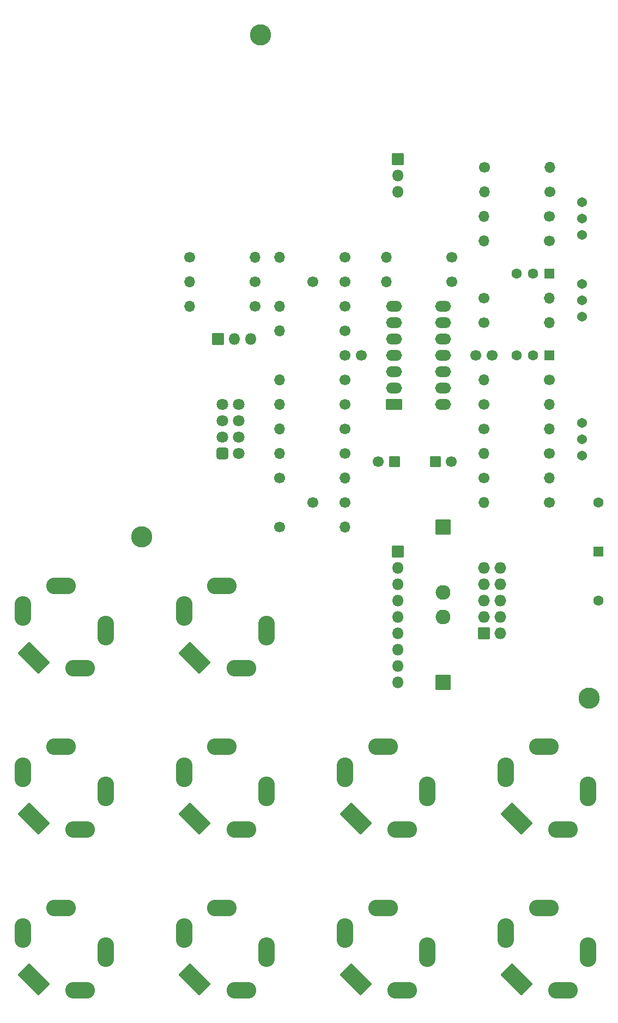
<source format=gbs>
G04 #@! TF.GenerationSoftware,KiCad,Pcbnew,6.0.5-a6ca702e91~116~ubuntu20.04.1*
G04 #@! TF.CreationDate,2022-06-19T13:50:02-04:00*
G04 #@! TF.ProjectId,herovco_back,6865726f-7663-46f5-9f62-61636b2e6b69,rev?*
G04 #@! TF.SameCoordinates,Original*
G04 #@! TF.FileFunction,Soldermask,Bot*
G04 #@! TF.FilePolarity,Negative*
%FSLAX46Y46*%
G04 Gerber Fmt 4.6, Leading zero omitted, Abs format (unit mm)*
G04 Created by KiCad (PCBNEW 6.0.5-a6ca702e91~116~ubuntu20.04.1) date 2022-06-19 13:50:02*
%MOMM*%
%LPD*%
G01*
G04 APERTURE LIST*
G04 Aperture macros list*
%AMRoundRect*
0 Rectangle with rounded corners*
0 $1 Rounding radius*
0 $2 $3 $4 $5 $6 $7 $8 $9 X,Y pos of 4 corners*
0 Add a 4 corners polygon primitive as box body*
4,1,4,$2,$3,$4,$5,$6,$7,$8,$9,$2,$3,0*
0 Add four circle primitives for the rounded corners*
1,1,$1+$1,$2,$3*
1,1,$1+$1,$4,$5*
1,1,$1+$1,$6,$7*
1,1,$1+$1,$8,$9*
0 Add four rect primitives between the rounded corners*
20,1,$1+$1,$2,$3,$4,$5,0*
20,1,$1+$1,$4,$5,$6,$7,0*
20,1,$1+$1,$6,$7,$8,$9,0*
20,1,$1+$1,$8,$9,$2,$3,0*%
G04 Aperture macros list end*
%ADD10C,1.600000*%
%ADD11O,2.600000X4.600001*%
%ADD12O,4.600001X2.600001*%
%ADD13RoundRect,0.050000X-2.474874X0.707107X0.707107X-2.474874X2.474874X-0.707107X-0.707107X2.474874X0*%
%ADD14O,4.600000X2.600000*%
%ADD15O,2.600000X4.600000*%
%ADD16C,3.300000*%
%ADD17RoundRect,0.050000X-0.850000X-0.850000X0.850000X-0.850000X0.850000X0.850000X-0.850000X0.850000X0*%
%ADD18O,1.800000X1.800000*%
%ADD19RoundRect,0.050000X0.850000X-0.850000X0.850000X0.850000X-0.850000X0.850000X-0.850000X-0.850000X0*%
%ADD20RoundRect,0.050000X0.750000X-0.750000X0.750000X0.750000X-0.750000X0.750000X-0.750000X-0.750000X0*%
%ADD21C,1.700000*%
%ADD22O,1.700000X1.700000*%
%ADD23C,1.540000*%
%ADD24RoundRect,0.050000X-1.100000X1.100000X-1.100000X-1.100000X1.100000X-1.100000X1.100000X1.100000X0*%
%ADD25O,2.300000X2.300000*%
%ADD26RoundRect,0.050000X-1.200000X-0.800000X1.200000X-0.800000X1.200000X0.800000X-1.200000X0.800000X0*%
%ADD27O,2.500000X1.700000*%
%ADD28RoundRect,0.050000X-0.800000X-0.800000X0.800000X-0.800000X0.800000X0.800000X-0.800000X0.800000X0*%
%ADD29RoundRect,0.050000X1.100000X-1.100000X1.100000X1.100000X-1.100000X1.100000X-1.100000X-1.100000X0*%
%ADD30RoundRect,0.300000X-0.600000X-0.600000X0.600000X-0.600000X0.600000X0.600000X-0.600000X0.600000X0*%
%ADD31C,1.800000*%
%ADD32RoundRect,0.050000X-0.863600X-0.863600X0.863600X-0.863600X0.863600X0.863600X-0.863600X0.863600X0*%
%ADD33O,1.827200X1.827200*%
%ADD34RoundRect,0.050000X0.800000X0.800000X-0.800000X0.800000X-0.800000X-0.800000X0.800000X-0.800000X0*%
G04 APERTURE END LIST*
D10*
G04 #@! TO.C,TP7*
X194240000Y-100650000D03*
G04 #@! TD*
G04 #@! TO.C,TP8*
X194240000Y-115890000D03*
G04 #@! TD*
D11*
G04 #@! TO.C,J27*
X167700000Y-170500000D03*
D12*
X163800000Y-176400000D03*
D13*
X156560000Y-174740000D03*
D14*
X160800000Y-163600000D03*
D15*
X154900000Y-167500000D03*
G04 #@! TD*
D11*
G04 #@! TO.C,J28*
X142700000Y-145500000D03*
D12*
X138800000Y-151400000D03*
D13*
X131560000Y-149740000D03*
D14*
X135800000Y-138600000D03*
D15*
X129900000Y-142500000D03*
G04 #@! TD*
D16*
G04 #@! TO.C,H6*
X123300000Y-106000000D03*
G04 #@! TD*
D11*
G04 #@! TO.C,J20*
X117700000Y-120500000D03*
D12*
X113800000Y-126400000D03*
D13*
X106560000Y-124740000D03*
D14*
X110800000Y-113600000D03*
D15*
X104900000Y-117500000D03*
G04 #@! TD*
D11*
G04 #@! TO.C,J25*
X117700000Y-170500000D03*
D12*
X113800000Y-176400000D03*
D13*
X106560000Y-174740000D03*
D14*
X110800000Y-163600000D03*
D15*
X104900000Y-167500000D03*
G04 #@! TD*
D11*
G04 #@! TO.C,J26*
X192700000Y-170500000D03*
D12*
X188800000Y-176400000D03*
D13*
X181560000Y-174740000D03*
D14*
X185800000Y-163600000D03*
D15*
X179900000Y-167500000D03*
G04 #@! TD*
D16*
G04 #@! TO.C,H4*
X192800000Y-131000000D03*
G04 #@! TD*
D17*
G04 #@! TO.C,J10*
X163135000Y-47325000D03*
D18*
X163135000Y-49865000D03*
X163135000Y-52405000D03*
G04 #@! TD*
D11*
G04 #@! TO.C,J21*
X167700000Y-145500000D03*
D12*
X163800000Y-151400000D03*
D13*
X156560000Y-149740000D03*
D14*
X160800000Y-138600000D03*
D15*
X154900000Y-142500000D03*
G04 #@! TD*
D11*
G04 #@! TO.C,J22*
X117700000Y-145500000D03*
D12*
X113800000Y-151400000D03*
D13*
X106560000Y-149740000D03*
D14*
X110800000Y-138600000D03*
D15*
X104900000Y-142500000D03*
G04 #@! TD*
D11*
G04 #@! TO.C,J24*
X142700000Y-170500000D03*
D12*
X138800000Y-176400000D03*
D13*
X131560000Y-174740000D03*
D14*
X135800000Y-163600000D03*
D15*
X129900000Y-167500000D03*
G04 #@! TD*
D11*
G04 #@! TO.C,J19*
X192700000Y-145500000D03*
D12*
X188800000Y-151400000D03*
D13*
X181560000Y-149740000D03*
D14*
X185800000Y-138600000D03*
D15*
X179900000Y-142500000D03*
G04 #@! TD*
D19*
G04 #@! TO.C,J11*
X135185000Y-75225000D03*
D18*
X137725000Y-75225000D03*
X140265000Y-75225000D03*
G04 #@! TD*
D20*
G04 #@! TO.C,TP9*
X194240000Y-108270000D03*
G04 #@! TD*
D17*
G04 #@! TO.C,J9*
X163110000Y-108270000D03*
D18*
X163110000Y-110810000D03*
X163110000Y-113350000D03*
X163110000Y-115890000D03*
X163110000Y-118430000D03*
X163110000Y-120970000D03*
X163110000Y-123510000D03*
X163110000Y-126050000D03*
X163110000Y-128590000D03*
G04 #@! TD*
D16*
G04 #@! TO.C,H5*
X141800000Y-28000000D03*
G04 #@! TD*
D11*
G04 #@! TO.C,J18*
X142700000Y-120500000D03*
D12*
X138800000Y-126400000D03*
D13*
X131560000Y-124740000D03*
D14*
X135800000Y-113600000D03*
D15*
X129900000Y-117500000D03*
G04 #@! TD*
D21*
G04 #@! TO.C,R60*
X154870000Y-93030000D03*
D22*
X144710000Y-93030000D03*
G04 #@! TD*
D21*
G04 #@! TO.C,R61*
X140900000Y-66360000D03*
D22*
X130740000Y-66360000D03*
G04 #@! TD*
D20*
G04 #@! TO.C,Q1*
X186620000Y-77790000D03*
D10*
X184080000Y-77790000D03*
X181540000Y-77790000D03*
G04 #@! TD*
D23*
G04 #@! TO.C,RV10*
X191700000Y-59050000D03*
X191700000Y-56510000D03*
X191700000Y-53970000D03*
G04 #@! TD*
D24*
G04 #@! TO.C,D3*
X170110000Y-104460000D03*
D25*
X170110000Y-114620000D03*
G04 #@! TD*
D21*
G04 #@! TO.C,R52*
X154870000Y-81600000D03*
D22*
X144710000Y-81600000D03*
G04 #@! TD*
D21*
G04 #@! TO.C,R44*
X176460000Y-85410000D03*
D22*
X186620000Y-85410000D03*
G04 #@! TD*
D21*
G04 #@! TO.C,R49*
X186620000Y-93030000D03*
D22*
X176460000Y-93030000D03*
G04 #@! TD*
D26*
G04 #@! TO.C,U7*
X162490000Y-85410000D03*
D27*
X162490000Y-82870000D03*
X162490000Y-80330000D03*
X162490000Y-77790000D03*
X162490000Y-75250000D03*
X162490000Y-72710000D03*
X162490000Y-70170000D03*
X170110000Y-70170000D03*
X170110000Y-72710000D03*
X170110000Y-75250000D03*
X170110000Y-77790000D03*
X170110000Y-80330000D03*
X170110000Y-82870000D03*
X170110000Y-85410000D03*
G04 #@! TD*
D28*
G04 #@! TO.C,C15*
X168920000Y-94300000D03*
D21*
X171420000Y-94300000D03*
G04 #@! TD*
D23*
G04 #@! TO.C,RV12*
X191700000Y-93340000D03*
X191700000Y-90800000D03*
X191700000Y-88260000D03*
G04 #@! TD*
D21*
G04 #@! TO.C,R51*
X186620000Y-100650000D03*
D22*
X176460000Y-100650000D03*
G04 #@! TD*
D21*
G04 #@! TO.C,R64*
X130740000Y-62550000D03*
D22*
X140900000Y-62550000D03*
G04 #@! TD*
D29*
G04 #@! TO.C,D4*
X170110000Y-128590000D03*
D25*
X170110000Y-118430000D03*
G04 #@! TD*
D20*
G04 #@! TO.C,Q2*
X186620000Y-65090000D03*
D10*
X184080000Y-65090000D03*
X181540000Y-65090000D03*
G04 #@! TD*
D21*
G04 #@! TO.C,R59*
X171460000Y-62550000D03*
D22*
X161300000Y-62550000D03*
G04 #@! TD*
D21*
G04 #@! TO.C,R45*
X176460000Y-68900000D03*
D22*
X186620000Y-68900000D03*
G04 #@! TD*
D21*
G04 #@! TO.C,R67*
X154870000Y-62550000D03*
D22*
X144710000Y-62550000D03*
G04 #@! TD*
D30*
G04 #@! TO.C,J17*
X135820000Y-93030000D03*
D31*
X138360000Y-93030000D03*
X135820000Y-90490000D03*
X138360000Y-90490000D03*
X135820000Y-87950000D03*
X138360000Y-87950000D03*
X135820000Y-85410000D03*
X138360000Y-85410000D03*
G04 #@! TD*
D21*
G04 #@! TO.C,C19*
X154870000Y-66360000D03*
X149870000Y-66360000D03*
G04 #@! TD*
G04 #@! TO.C,R50*
X176460000Y-96840000D03*
D22*
X186620000Y-96840000D03*
G04 #@! TD*
D21*
G04 #@! TO.C,C18*
X149910000Y-100650000D03*
X154910000Y-100650000D03*
G04 #@! TD*
G04 #@! TO.C,R56*
X171460000Y-66360000D03*
D22*
X161300000Y-66360000D03*
G04 #@! TD*
D23*
G04 #@! TO.C,RV11*
X191700000Y-71750000D03*
X191700000Y-69210000D03*
X191700000Y-66670000D03*
G04 #@! TD*
D21*
G04 #@! TO.C,R65*
X176540000Y-48580000D03*
D22*
X186700000Y-48580000D03*
G04 #@! TD*
D21*
G04 #@! TO.C,R54*
X154870000Y-85410000D03*
D22*
X144710000Y-85410000D03*
G04 #@! TD*
D21*
G04 #@! TO.C,R57*
X154870000Y-89220000D03*
D22*
X144710000Y-89220000D03*
G04 #@! TD*
D32*
G04 #@! TO.C,J23*
X176460000Y-120970000D03*
D33*
X179000000Y-120970000D03*
X176460000Y-118430000D03*
X179000000Y-118430000D03*
X176460000Y-115890000D03*
X179000000Y-115890000D03*
X176460000Y-113350000D03*
X179000000Y-113350000D03*
X176460000Y-110810000D03*
X179000000Y-110810000D03*
G04 #@! TD*
D21*
G04 #@! TO.C,R63*
X144710000Y-96840000D03*
D22*
X154870000Y-96840000D03*
G04 #@! TD*
D21*
G04 #@! TO.C,R62*
X186700000Y-52390000D03*
D22*
X176540000Y-52390000D03*
G04 #@! TD*
D21*
G04 #@! TO.C,R43*
X186620000Y-81600000D03*
D22*
X176460000Y-81600000D03*
G04 #@! TD*
D21*
G04 #@! TO.C,R47*
X176460000Y-72710000D03*
D22*
X186620000Y-72710000D03*
G04 #@! TD*
D21*
G04 #@! TO.C,R55*
X154870000Y-70170000D03*
D22*
X144710000Y-70170000D03*
G04 #@! TD*
D21*
G04 #@! TO.C,C17*
X177730000Y-77790000D03*
X175230000Y-77790000D03*
G04 #@! TD*
G04 #@! TO.C,R58*
X140900000Y-70170000D03*
D22*
X130740000Y-70170000D03*
G04 #@! TD*
D21*
G04 #@! TO.C,R48*
X186620000Y-56200000D03*
D22*
X176460000Y-56200000D03*
G04 #@! TD*
D21*
G04 #@! TO.C,R42*
X186620000Y-60010000D03*
D22*
X176460000Y-60010000D03*
G04 #@! TD*
D21*
G04 #@! TO.C,R66*
X144710000Y-104460000D03*
D22*
X154870000Y-104460000D03*
G04 #@! TD*
D34*
G04 #@! TO.C,C14*
X162570000Y-94300000D03*
D21*
X160070000Y-94300000D03*
G04 #@! TD*
G04 #@! TO.C,R53*
X154870000Y-73980000D03*
D22*
X144710000Y-73980000D03*
G04 #@! TD*
D21*
G04 #@! TO.C,C16*
X157410000Y-77790000D03*
X154910000Y-77790000D03*
G04 #@! TD*
G04 #@! TO.C,R46*
X176460000Y-89220000D03*
D22*
X186620000Y-89220000D03*
G04 #@! TD*
M02*

</source>
